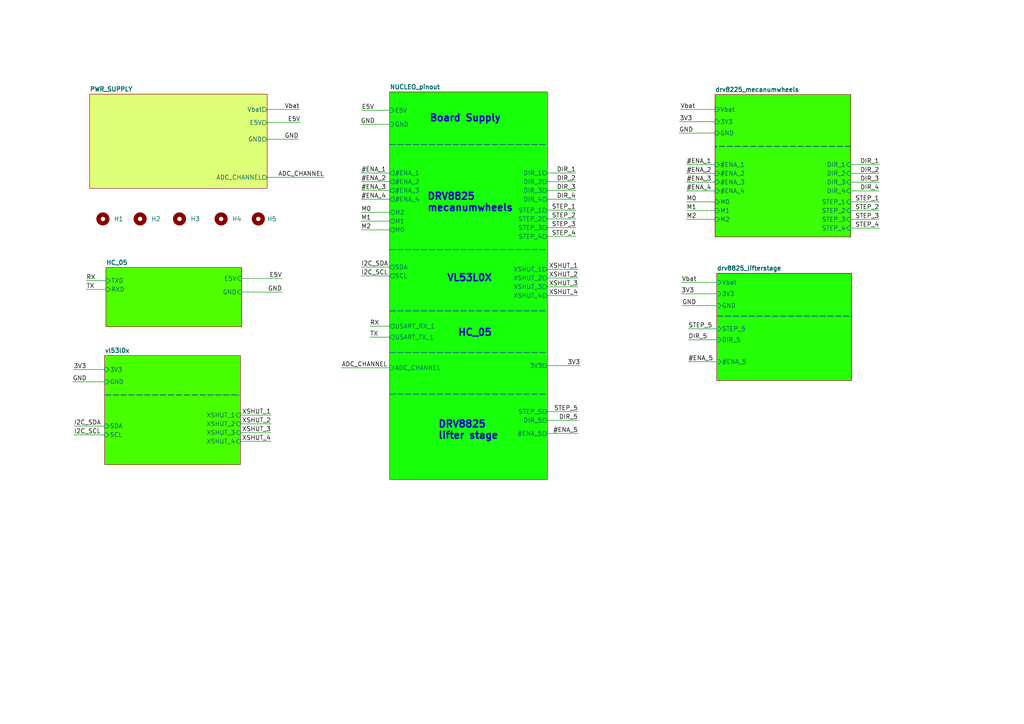
<source format=kicad_sch>
(kicad_sch (version 20211123) (generator eeschema)
  (paper "A4")
  (lib_symbols
    (symbol "Mechanical:MountingHole" (pin_names (offset 1.016))
      (property "Reference" "H" (at 0 5.08 0))
      (property "Value" "MountingHole" (at 0 3.175 0))
      (symbol "MountingHole_0_1"
        (circle (center 0 0) (radius 1.27) (stroke (width 1.27)))
      )
    )
  )
  (polyline (pts (xy 247.142 91.694) (xy 247.142 91.821)))
  (wire (pts (xy 99.06 106.68) (xy 113.03 106.68)))
  (wire (pts (xy 104.775 50.165) (xy 113.03 50.165)))
  (wire (pts (xy 197.866 88.646) (xy 207.899 88.646)))
  (wire (pts (xy 158.75 52.705) (xy 167.005 52.705)))
  (wire (pts (xy 199.644 104.902) (xy 207.899 104.902)))
  (wire (pts (xy 69.723 128.016) (xy 78.613 128.016)))
  (wire (pts (xy 199.136 61.087) (xy 207.391 61.087)))
  (wire (pts (xy 158.75 85.725) (xy 167.64 85.725)))
  (wire (pts (xy 197.612 85.217) (xy 207.899 85.217)))
  (wire (pts (xy 158.75 55.245) (xy 167.005 55.245)))
  (wire (pts (xy 21.463 123.571) (xy 30.353 123.571)))
  (wire (pts (xy 77.47 40.386) (xy 86.614 40.386)))
  (wire (pts (xy 69.723 120.396) (xy 78.613 120.396)))
  (polyline (pts (xy 69.215 114.554) (xy 69.215 114.808)))
  (wire (pts (xy 158.75 78.105) (xy 167.64 78.105)))
  (wire (pts (xy 104.775 57.785) (xy 113.03 57.785)))
  (wire (pts (xy 77.47 35.56) (xy 87.122 35.56)))
  (wire (pts (xy 104.775 52.705) (xy 113.03 52.705)))
  (polyline (pts (xy 207.645 42.418) (xy 207.645 42.799)))
  (wire (pts (xy 197.358 31.75) (xy 207.391 31.75)))
  (wire (pts (xy 199.136 63.627) (xy 207.391 63.627)))
  (wire (pts (xy 246.761 52.832) (xy 255.016 52.832)))
  (wire (pts (xy 158.75 80.645) (xy 167.64 80.645)))
  (wire (pts (xy 246.761 55.372) (xy 255.016 55.372)))
  (wire (pts (xy 158.75 57.785) (xy 167.005 57.785)))
  (polyline (pts (xy 246.761 42.418) (xy 207.645 42.418)))
  (wire (pts (xy 246.761 50.292) (xy 255.016 50.292)))
  (wire (pts (xy 107.315 97.79) (xy 113.03 97.79)))
  (wire (pts (xy 104.775 64.135) (xy 113.03 64.135)))
  (wire (pts (xy 246.761 58.547) (xy 255.016 58.547)))
  (wire (pts (xy 246.761 66.167) (xy 255.016 66.167)))
  (polyline (pts (xy 30.48 114.554) (xy 69.215 114.554)))
  (wire (pts (xy 104.775 55.245) (xy 113.03 55.245)))
  (polyline (pts (xy 113.03 90.17) (xy 158.75 90.17)))
  (wire (pts (xy 199.136 47.752) (xy 207.391 47.752)))
  (wire (pts (xy 158.75 119.38) (xy 167.64 119.38)))
  (wire (pts (xy 158.75 60.96) (xy 167.005 60.96)))
  (wire (pts (xy 158.75 63.5) (xy 167.005 63.5)))
  (wire (pts (xy 158.75 125.73) (xy 167.64 125.73)))
  (wire (pts (xy 70.104 84.709) (xy 81.788 84.709)))
  (wire (pts (xy 104.775 66.675) (xy 113.03 66.675)))
  (wire (pts (xy 21.082 110.744) (xy 30.353 110.744)))
  (wire (pts (xy 104.648 36.068) (xy 113.03 36.068)))
  (wire (pts (xy 104.775 80.01) (xy 113.03 80.01)))
  (wire (pts (xy 158.75 50.165) (xy 167.005 50.165)))
  (wire (pts (xy 25.019 81.407) (xy 30.734 81.407)))
  (polyline (pts (xy 113.03 72.39) (xy 158.75 72.39)))
  (wire (pts (xy 199.136 58.547) (xy 207.391 58.547)))
  (wire (pts (xy 199.136 52.832) (xy 207.391 52.832)))
  (wire (pts (xy 197.739 81.915) (xy 207.899 81.915)))
  (wire (pts (xy 158.75 83.185) (xy 167.64 83.185)))
  (wire (pts (xy 158.75 106.045) (xy 168.275 106.045)))
  (wire (pts (xy 199.136 55.372) (xy 207.391 55.372)))
  (wire (pts (xy 107.315 94.615) (xy 113.03 94.615)))
  (wire (pts (xy 77.47 51.435) (xy 93.98 51.435)))
  (wire (pts (xy 158.75 68.58) (xy 167.005 68.58)))
  (wire (pts (xy 196.977 38.608) (xy 207.391 38.608)))
  (wire (pts (xy 158.75 66.04) (xy 167.005 66.04)))
  (wire (pts (xy 246.761 61.087) (xy 255.016 61.087)))
  (wire (pts (xy 77.47 31.75) (xy 86.868 31.75)))
  (wire (pts (xy 246.761 47.752) (xy 255.016 47.752)))
  (wire (pts (xy 104.775 61.595) (xy 113.03 61.595)))
  (wire (pts (xy 199.644 98.552) (xy 207.899 98.552)))
  (wire (pts (xy 199.136 50.292) (xy 207.391 50.292)))
  (wire (pts (xy 207.391 35.306) (xy 197.104 35.306)))
  (polyline (pts (xy 113.03 102.235) (xy 158.75 102.235)))
  (wire (pts (xy 246.761 63.627) (xy 255.016 63.627)))
  (wire (pts (xy 70.104 80.772) (xy 81.788 80.772)))
  (wire (pts (xy 104.902 32.004) (xy 113.03 32.004)))
  (wire (pts (xy 69.723 122.936) (xy 78.613 122.936)))
  (wire (pts (xy 158.75 121.92) (xy 167.64 121.92)))
  (polyline (pts (xy 113.03 114.3) (xy 158.75 114.3)))
  (wire (pts (xy 25.019 83.947) (xy 30.734 83.947)))
  (wire (pts (xy 21.463 126.111) (xy 30.353 126.111)))
  (polyline (pts (xy 208.026 91.694) (xy 247.142 91.694)))
  (wire (pts (xy 69.723 125.476) (xy 78.613 125.476)))
  (polyline (pts (xy 113.03 41.91) (xy 158.75 41.91)))
  (wire (pts (xy 199.644 95.377) (xy 207.899 95.377)))
  (wire (pts (xy 21.336 107.188) (xy 30.353 107.188)))
  (wire (pts (xy 104.775 77.47) (xy 113.03 77.47)))
  (text "DRV8825\nlifter stage\n" (at 127 127.635 0) (effects (font (size 2.032 2.032) (thickness 0.4064) bold) (justify left bottom)))
  (text "DRV8825\nmecanumwheels\n" (at 123.825 61.595 0) (effects (font (size 2.032 2.032) (thickness 0.4064) bold) (justify left bottom)))
  (text "HC_05\n" (at 132.715 97.79 0) (effects (font (size 2.032 2.032) (thickness 0.4064) bold) (justify left bottom)))
  (text "Board Supply\n" (at 124.46 35.56 0) (effects (font (size 2.032 2.032) (thickness 0.4064) bold) (justify left bottom)))
  (text "VL53L0X\n" (at 129.54 81.915 0) (effects (font (size 2.032 2.032) (thickness 0.4064) bold) (justify left bottom)))
  (label "STEP_1" (at 167.005 60.96 180))
  (label "STEP_3" (at 167.005 66.04 180))
  (label "DIR_3" (at 255.016 52.832 180))
  (label "E5V" (at 104.902 32.004 0))
  (label "#ENA_2" (at 104.775 52.705 0))
  (label "XSHUT_4" (at 78.613 128.016 180))
  (label "#ENA_3" (at 199.136 52.832 0))
  (label "DIR_4" (at 255.016 55.372 180))
  (label "XSHUT_2" (at 78.613 122.936 180))
  (label "STEP_1" (at 255.016 58.547 180))
  (label "GND" (at 104.648 36.068 0))
  (label "I2C_SCL" (at 21.463 126.111 0))
  (label "I2C_SDA" (at 104.775 77.47 0))
  (label "GND" (at 86.614 40.386 180))
  (label "M2" (at 199.136 63.627 0))
  (label "STEP_3" (at 255.016 63.627 180))
  (label "M1" (at 104.775 64.135 0))
  (label "STEP_2" (at 255.016 61.087 180))
  (label "ADC_CHANNEL" (at 93.98 51.435 180))
  (label "#ENA_1" (at 104.775 50.165 0))
  (label "TX" (at 107.315 97.79 0))
  (label "DIR_4" (at 167.005 57.785 180))
  (label "M0" (at 104.775 61.595 0))
  (label "STEP_4" (at 255.016 66.167 180))
  (label "3V3" (at 21.336 107.188 0))
  (label "Vbat" (at 197.358 31.75 0))
  (label "#ENA_5" (at 199.644 104.902 0))
  (label "I2C_SDA" (at 21.463 123.571 0))
  (label "#ENA_5" (at 167.64 125.73 180))
  (label "Vbat" (at 86.868 31.75 180))
  (label "M0" (at 199.136 58.547 0))
  (label "GND" (at 21.082 110.744 0))
  (label "STEP_4" (at 167.005 68.58 180))
  (label "ADC_CHANNEL" (at 99.06 106.68 0))
  (label "#ENA_3" (at 104.775 55.245 0))
  (label "I2C_SCL" (at 104.775 80.01 0))
  (label "DIR_5" (at 199.644 98.552 0))
  (label "DIR_3" (at 167.005 55.245 180))
  (label "DIR_5" (at 167.64 121.92 180))
  (label "XSHUT_4" (at 167.64 85.725 180))
  (label "STEP_2" (at 167.005 63.5 180))
  (label "XSHUT_3" (at 167.64 83.185 180))
  (label "DIR_2" (at 167.005 52.705 180))
  (label "Vbat" (at 197.739 81.915 0))
  (label "M1" (at 199.136 61.087 0))
  (label "RX" (at 107.315 94.615 0))
  (label "XSHUT_1" (at 167.64 78.105 180))
  (label "RX" (at 25.019 81.407 0))
  (label "DIR_2" (at 255.016 50.292 180))
  (label "GND" (at 197.866 88.646 0))
  (label "STEP_5" (at 199.644 95.377 0))
  (label "GND" (at 196.977 38.608 0))
  (label "GND" (at 81.788 84.709 180))
  (label "DIR_1" (at 255.016 47.752 180))
  (label "E5V" (at 81.788 80.772 180))
  (label "#ENA_4" (at 104.775 57.785 0))
  (label "#ENA_1" (at 199.136 47.752 0))
  (label "XSHUT_2" (at 167.64 80.645 180))
  (label "E5V" (at 87.122 35.56 180))
  (label "DIR_1" (at 167.005 50.165 180))
  (label "#ENA_4" (at 199.136 55.372 0))
  (label "M2" (at 104.775 66.675 0))
  (label "3V3" (at 197.612 85.217 0))
  (label "XSHUT_1" (at 78.613 120.396 180))
  (label "3V3" (at 197.104 35.306 0))
  (label "3V3" (at 168.275 106.045 180))
  (label "XSHUT_3" (at 78.613 125.476 180))
  (label "#ENA_2" (at 199.136 50.292 0))
  (label "STEP_5" (at 167.64 119.38 180))
  (label "TX" (at 25.019 83.947 0))
  (symbol (lib_id "Mechanical:MountingHole") (at 64.135 63.5 0) (unit 1)
    (property "Reference" "H4" (at 67.31 63.4999 0) (effects (justify left)))
    (property "Value" "MountingHole" (effects hide))
    (property "Footprint" "MountingHole:MountingHole_3.2mm_M3_DIN965_Pad" (effects hide))
  )
  (symbol (lib_id "Mechanical:MountingHole") (at 40.64 63.5 0) (unit 1)
    (property "Reference" "H2" (at 43.815 63.4999 0) (effects (justify left)))
    (property "Value" "MountingHole" (effects hide))
    (property "Footprint" "MountingHole:MountingHole_3.2mm_M3_DIN965_Pad" (effects hide))
  )
  (symbol (lib_id "Mechanical:MountingHole") (at 74.93 63.5 0) (unit 1)
    (property "Reference" "H5" (at 77.47 63.4999 0) (effects (justify left)))
    (property "Value" "MountingHole" (effects hide))
    (property "Footprint" "MountingHole:MountingHole_3.2mm_M3_DIN965_Pad" (effects hide))
  )
  (symbol (lib_id "Mechanical:MountingHole") (at 29.845 63.5 0) (unit 1)
    (property "Reference" "H1" (at 33.02 63.4999 0) (effects (justify left)))
    (property "Value" "MountingHole" (effects hide))
    (property "Footprint" "MountingHole:MountingHole_3.2mm_M3_DIN965_Pad" (effects hide))
  )
  (symbol (lib_id "Mechanical:MountingHole") (at 52.07 63.5 0) (unit 1)
    (property "Reference" "H3" (at 55.245 63.4999 0) (effects (justify left)))
    (property "Value" "MountingHole" (effects hide))
    (property "Footprint" "MountingHole:MountingHole_3.2mm_M3_DIN965_Pad" (effects hide))
  )
  (sheet (at 207.391 27.432) (size 39.37 41.275) (stroke (width 0.1524)) (fill (color 58 255 5 1.0000))
    (property "Sheet name" "drv8225_mecanumwheels" (at 207.391 26.7204 0) (effects (font bold) (justify left bottom)))
    (property "Sheet file" "drv8225.kicad_sch" (effects hide))
    (pin "M0" input (at 207.391 58.547 180))
    (pin "M2" input (at 207.391 63.627 180))
    (pin "M1" input (at 207.391 61.087 180))
    (pin "#ENA_2" input (at 207.391 50.292 180))
    (pin "STEP_2" input (at 246.761 61.087 0))
    (pin "DIR_2" input (at 246.761 50.292 0))
    (pin "#ENA_4" input (at 207.391 55.372 180))
    (pin "STEP_4" input (at 246.761 66.167 0))
    (pin "DIR_4" input (at 246.761 55.372 0))
    (pin "STEP_1" input (at 246.761 58.547 0))
    (pin "DIR_1" input (at 246.761 47.752 0))
    (pin "STEP_3" input (at 246.761 63.627 0))
    (pin "#ENA_3" input (at 207.391 52.832 180))
    (pin "#ENA_1" input (at 207.391 47.752 180))
    (pin "DIR_3" input (at 246.761 52.832 0))
    (pin "GND" input (at 207.391 38.608 180))
    (pin "3V3" input (at 207.391 35.306 180))
    (pin "Vbat" input (at 207.391 31.75 180))
  )
  (sheet (at 207.899 79.248) (size 39.116 31.115) (stroke (width 0.1524)) (fill (color 37 255 7 1.0000))
    (property "Sheet name" "drv8825_lifterstage" (at 207.899 78.5364 0) (effects (font bold) (justify left bottom)))
    (property "Sheet file" "drv8825lifterstage.kicad_sch" (effects hide))
    (pin "STEP_5" input (at 207.899 95.377 180))
    (pin "#ENA_5" input (at 207.899 104.902 180))
    (pin "DIR_5" input (at 207.899 98.552 180))
    (pin "GND" input (at 207.899 88.646 180))
    (pin "Vbat" input (at 207.899 81.915 180))
    (pin "3V3" input (at 207.899 85.217 180))
  )
  (sheet (at 26.035 27.305) (size 51.435 27.305) (stroke (width 0.1524)) (fill (color 224 255 120 1.0000))
    (property "Sheet name" "PWR_SUPPLY" (at 26.035 26.5934 0) (effects (font bold) (justify left bottom)))
    (property "Sheet file" "pwr_manager.kicad_sch" (effects hide))
    (pin "ADC_CHANNEL" output (at 77.47 51.435 0))
    (pin "Vbat" output (at 77.47 31.75 0))
    (pin "GND" output (at 77.47 40.386 0))
    (pin "E5V" output (at 77.47 35.56 0))
  )
  (sheet (at 30.353 103.124) (size 39.37 31.623) (stroke (width 0.1524)) (fill (color 72 255 0 1.0000))
    (property "Sheet name" "vl53l0x" (at 30.353 102.4124 0) (effects (font bold) (justify left bottom)))
    (property "Sheet file" "vl53l0x.kicad_sch" (effects hide))
    (pin "XSHUT_1" input (at 69.723 120.396 0))
    (pin "XSHUT_2" input (at 69.723 122.936 0))
    (pin "XSHUT_3" input (at 69.723 125.476 0))
    (pin "SCL" input (at 30.353 126.111 180))
    (pin "SDA" input (at 30.353 123.571 180))
    (pin "XSHUT_4" input (at 69.723 128.016 0))
    (pin "3V3" input (at 30.353 107.188 180))
    (pin "GND" input (at 30.353 110.744 180))
  )
  (sheet (at 113.03 26.67) (size 45.72 112.395) (stroke (width 0.1524)) (fill (color 24 255 10 1.0000))
    (property "Sheet name" "NUCLEO_pinout" (at 113.03 25.9584 0) (effects (font bold) (justify left bottom)))
    (property "Sheet file" "nucleo_pinout.kicad_sch" (effects hide))
    (pin "SDA" output (at 113.03 77.47 180))
    (pin "3V3" output (at 158.75 106.045 0))
    (pin "ADC_CHANNEL" input (at 113.03 106.68 180))
    (pin "DIR_1" output (at 158.75 50.165 0))
    (pin "DIR_4" output (at 158.75 57.785 0))
    (pin "#ENA_2" output (at 113.03 52.705 180))
    (pin "XSHUT_1" output (at 158.75 78.105 0))
    (pin "STEP_3" output (at 158.75 66.04 0))
    (pin "M2" output (at 113.03 61.595 180))
    (pin "M0" output (at 113.03 66.675 180))
    (pin "STEP_4" output (at 158.75 68.58 0))
    (pin "XSHUT_4" output (at 158.75 85.725 0))
    (pin "XSHUT_3" output (at 158.75 83.185 0))
    (pin "#ENA_1" output (at 113.03 50.165 180))
    (pin "#ENA_3" output (at 113.03 55.245 180))
    (pin "#ENA_4" output (at 113.03 57.785 180))
    (pin "DIR_3" output (at 158.75 55.245 0))
    (pin "XSHUT_2" output (at 158.75 80.645 0))
    (pin "SCL" output (at 113.03 80.01 180))
    (pin "DIR_2" output (at 158.75 52.705 0))
    (pin "STEP_1" output (at 158.75 60.96 0))
    (pin "STEP_2" output (at 158.75 63.5 0))
    (pin "M1" output (at 113.03 64.135 180))
    (pin "USART_TX_1" output (at 113.03 97.79 180))
    (pin "USART_RX_1" output (at 113.03 94.615 180))
    (pin "DIR_5" output (at 158.75 121.92 0))
    (pin "STEP_5" output (at 158.75 119.38 0))
    (pin "#ENA_5" output (at 158.75 125.73 0))
    (pin "GND" input (at 113.03 36.068 180))
    (pin "E5V" input (at 113.03 32.004 180))
  )
  (sheet (at 30.734 77.597) (size 39.37 17.145) (stroke (width 0.1524)) (fill (color 79 255 0 1.0000))
    (property "Sheet name" "HC_05" (at 30.734 76.8854 0) (effects (font bold) (justify left bottom)))
    (property "Sheet file" "HC_05.kicad_sch" (effects hide))
    (pin "TXD" input (at 30.734 81.407 180))
    (pin "RXD" input (at 30.734 83.947 180))
    (pin "GND" input (at 70.104 84.709 0))
    (pin "E5V" input (at 70.104 80.772 0))
  )
)
</source>
